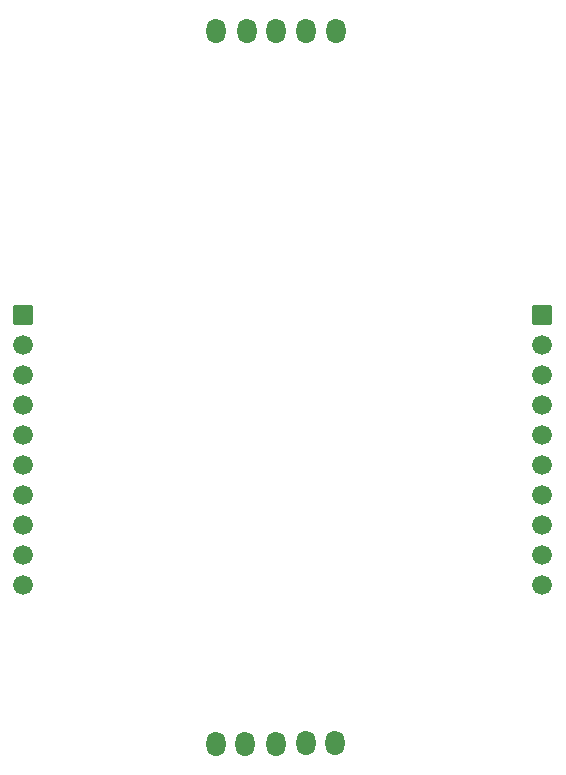
<source format=gbs>
G04 Layer: BottomSolderMaskLayer*
G04 EasyEDA v6.5.23, 2023-06-06 19:11:06*
G04 440996f75ca54165bcb2688da9f4019d,0997c0c323a540828c61b468e30a80a1,10*
G04 Gerber Generator version 0.2*
G04 Scale: 100 percent, Rotated: No, Reflected: No *
G04 Dimensions in millimeters *
G04 leading zeros omitted , absolute positions ,4 integer and 5 decimal *
%FSLAX45Y45*%
%MOMM*%

%AMMACRO1*1,1,$1,$2,$3*1,1,$1,$4,$5*1,1,$1,0-$2,0-$3*1,1,$1,0-$4,0-$5*20,1,$1,$2,$3,$4,$5,0*20,1,$1,$4,$5,0-$2,0-$3,0*20,1,$1,0-$2,0-$3,0-$4,0-$5,0*20,1,$1,0-$4,0-$5,$2,$3,0*4,1,4,$2,$3,$4,$5,0-$2,0-$3,0-$4,0-$5,$2,$3,0*%
%ADD10O,1.6256000000000002X2.1015960000000002*%
%ADD11C,1.6764*%
%ADD12MACRO1,0.1016X0.7874X0.7874X0.7874X-0.7874*%

%LPD*%
D10*
G01*
X4262627Y11275313D03*
G01*
X4002531Y11275568D03*
G01*
X3752595Y11275313D03*
G01*
X3502659Y11275313D03*
G01*
X3242818Y11275313D03*
G01*
X4252468Y5245607D03*
G01*
X4002531Y5245607D03*
G01*
X3752595Y5235702D03*
G01*
X3492754Y5235447D03*
G01*
X3242563Y5235702D03*
D11*
G01*
X1612900Y6578600D03*
G01*
X1612900Y6832600D03*
G01*
X1612900Y7086600D03*
G01*
X1612900Y7340600D03*
G01*
X1612900Y7594600D03*
G01*
X1612900Y7848600D03*
G01*
X1612900Y8102600D03*
G01*
X1612900Y8356600D03*
G01*
X1612900Y8610600D03*
D12*
G01*
X1612900Y8864600D03*
D11*
G01*
X6007100Y6578574D03*
G01*
X6007100Y6832574D03*
G01*
X6007100Y7086574D03*
G01*
X6007100Y7340574D03*
G01*
X6007100Y7594574D03*
G01*
X6007100Y7848574D03*
G01*
X6007100Y8102574D03*
G01*
X6007100Y8356574D03*
G01*
X6007100Y8610574D03*
D12*
G01*
X6007100Y8864584D03*
M02*

</source>
